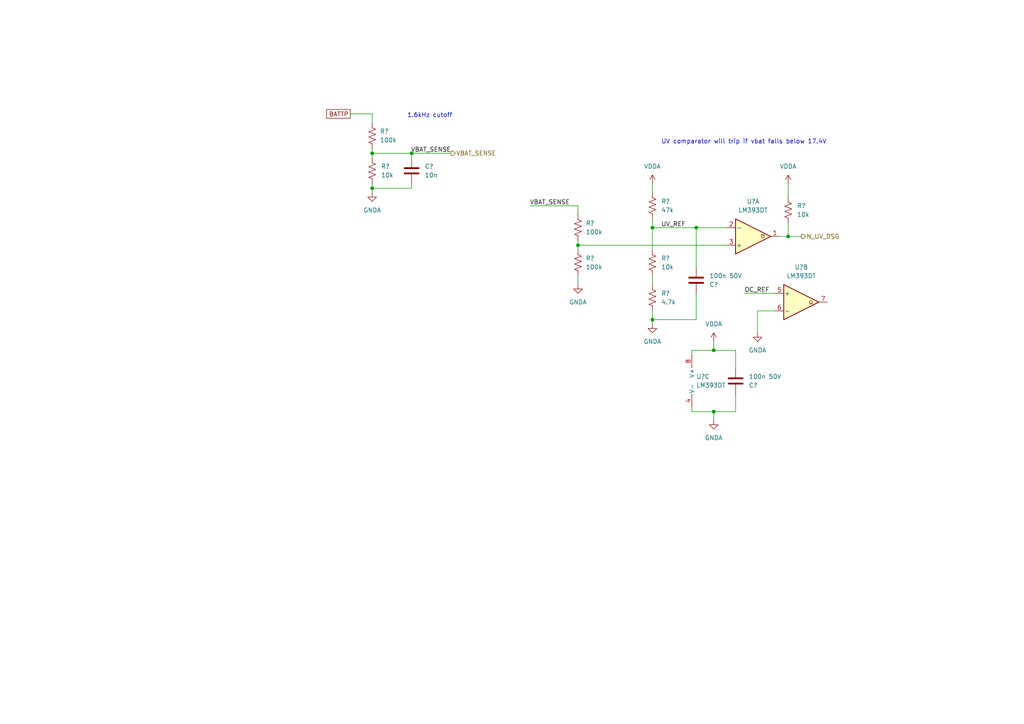
<source format=kicad_sch>
(kicad_sch (version 20211123) (generator eeschema)
  (paper "A4")
  (lib_symbols
    (symbol "Comparator:LM393" (pin_names (offset 0.127))
      (property "Reference" "U" (at 3.81 3.81 0))
      (property "Value" "LM393" (at 6.35 -3.81 0))
      (symbol "LM393_1_1"
        (polyline (pts (xy -5.08 5.08) (xy 5.08 0) (xy -5.08 -5.08) (xy -5.08 5.08)) (stroke (width 0.254)) (fill (type background)))
        (polyline (pts (xy 3.302 -0.508) (xy 2.794 -0.508) (xy 3.302 0) (xy 2.794 0.508) (xy 2.286 0) (xy 2.794 -0.508) (xy 2.286 -0.508)) (stroke (width 0.127)))
        (pin open_collector line (at 7.62 0 180) (length 2.54) (name "~") (number "1"))
        (pin input line (at -7.62 -2.54 0) (length 2.54) (name "-") (number "2"))
        (pin input line (at -7.62 2.54 0) (length 2.54) (name "+") (number "3"))
      )
      (symbol "LM393_2_1"
        (polyline (pts (xy -5.08 5.08) (xy 5.08 0) (xy -5.08 -5.08) (xy -5.08 5.08)) (stroke (width 0.254)) (fill (type background)))
        (polyline (pts (xy 3.302 -0.508) (xy 2.794 -0.508) (xy 3.302 0) (xy 2.794 0.508) (xy 2.286 0) (xy 2.794 -0.508) (xy 2.286 -0.508)) (stroke (width 0.127)))
        (pin input line (at -7.62 2.54 0) (length 2.54) (name "+") (number "5"))
        (pin input line (at -7.62 -2.54 0) (length 2.54) (name "-") (number "6"))
        (pin open_collector line (at 7.62 0 180) (length 2.54) (name "~") (number "7"))
      )
      (symbol "LM393_3_1"
        (pin power_in line (at -2.54 -7.62 90) (length 3.81) (name "V-") (number "4"))
        (pin power_in line (at -2.54 7.62 270) (length 3.81) (name "V+") (number "8"))
      )
    )
    (symbol "Device:C" (pin_numbers hide) (pin_names (offset 0.254))
      (property "Reference" "C" (at 0.635 2.54 0))
      (property "Value" "C" (at 0.635 -2.54 0))
      (symbol "C_0_1"
        (polyline (pts (xy -2.032 -0.762) (xy 2.032 -0.762)) (stroke (width 0.508)))
        (polyline (pts (xy -2.032 0.762) (xy 2.032 0.762)) (stroke (width 0.508)))
      )
      (symbol "C_1_1"
        (pin passive line (at 0 3.81 270) (length 2.794) (name "~") (number "1"))
        (pin passive line (at 0 -3.81 90) (length 2.794) (name "~") (number "2"))
      )
    )
    (symbol "Device:R_US" (pin_numbers hide) (pin_names (offset 0))
      (property "Reference" "R" (at 2.54 0 90))
      (property "Value" "R_US" (at -2.54 0 90))
      (symbol "R_US_0_1"
        (polyline (pts (xy 0 -2.286) (xy 0 -2.54)))
        (polyline (pts (xy 0 2.286) (xy 0 2.54)))
        (polyline (pts (xy 0 -0.762) (xy 1.016 -1.143) (xy 0 -1.524) (xy -1.016 -1.905) (xy 0 -2.286)))
        (polyline (pts (xy 0 0.762) (xy 1.016 0.381) (xy 0 0) (xy -1.016 -0.381) (xy 0 -0.762)))
        (polyline (pts (xy 0 2.286) (xy 1.016 1.905) (xy 0 1.524) (xy -1.016 1.143) (xy 0 0.762)))
      )
      (symbol "R_US_1_1"
        (pin passive line (at 0 3.81 270) (length 1.27) (name "~") (number "1"))
        (pin passive line (at 0 -3.81 90) (length 1.27) (name "~") (number "2"))
      )
    )
    (symbol "power:GNDA" (power) (pin_names (offset 0))
      (property "Value" "GNDA" (at 0 -3.81 0))
      (symbol "GNDA_0_1"
        (polyline (pts (xy 0 0) (xy 0 -1.27) (xy 1.27 -1.27) (xy 0 -2.54) (xy -1.27 -1.27) (xy 0 -1.27)))
      )
      (symbol "GNDA_1_1"
        (pin power_in line (at 0 0 270) (length 0) hide (name "GNDA") (number "1"))
      )
    )
    (symbol "power:VDDA" (power) (pin_names (offset 0))
      (property "Value" "VDDA" (at 0 3.81 0))
      (symbol "VDDA_0_1"
        (polyline (pts (xy -0.762 1.27) (xy 0 2.54)))
        (polyline (pts (xy 0 0) (xy 0 2.54)))
        (polyline (pts (xy 0 2.54) (xy 0.762 1.27)))
      )
      (symbol "VDDA_1_1"
        (pin power_in line (at 0 0 90) (length 0) hide (name "VDDA") (number "1"))
      )
    )
  )
  (junction (at 228.6 68.58))
  (junction (at 119.38 44.45))
  (junction (at 207.01 119.38))
  (junction (at 207.01 101.6))
  (junction (at 189.23 66.04))
  (junction (at 167.64 71.12))
  (junction (at 201.93 66.04))
  (junction (at 189.23 92.71))
  (junction (at 107.95 44.45))
  (junction (at 107.95 54.61))
  (wire (pts (xy 207.01 119.38) (xy 207.01 121.92)))
  (wire (pts (xy 167.64 71.12) (xy 210.82 71.12)))
  (wire (pts (xy 107.95 54.61) (xy 107.95 55.88)))
  (wire (pts (xy 189.23 90.17) (xy 189.23 92.71)))
  (wire (pts (xy 200.66 118.11) (xy 200.66 119.38)))
  (wire (pts (xy 201.93 66.04) (xy 189.23 66.04)))
  (wire (pts (xy 189.23 80.01) (xy 189.23 82.55)))
  (wire (pts (xy 189.23 63.5) (xy 189.23 66.04)))
  (wire (pts (xy 167.64 59.69) (xy 167.64 62.23)))
  (wire (pts (xy 189.23 53.34) (xy 189.23 55.88)))
  (wire (pts (xy 189.23 66.04) (xy 189.23 72.39)))
  (wire (pts (xy 167.64 69.85) (xy 167.64 71.12)))
  (wire (pts (xy 167.64 80.01) (xy 167.64 82.55)))
  (wire (pts (xy 219.71 90.17) (xy 224.79 90.17)))
  (wire (pts (xy 107.95 53.34) (xy 107.95 54.61)))
  (wire (pts (xy 101.6 33.02) (xy 107.95 33.02)))
  (wire (pts (xy 228.6 68.58) (xy 232.41 68.58)))
  (wire (pts (xy 228.6 53.34) (xy 228.6 57.15)))
  (wire (pts (xy 119.38 45.72) (xy 119.38 44.45)))
  (wire (pts (xy 213.36 106.68) (xy 213.36 101.6)))
  (wire (pts (xy 228.6 68.58) (xy 228.6 64.77)))
  (wire (pts (xy 119.38 44.45) (xy 130.81 44.45)))
  (wire (pts (xy 167.64 71.12) (xy 167.64 72.39)))
  (wire (pts (xy 213.36 101.6) (xy 207.01 101.6)))
  (wire (pts (xy 119.38 53.34) (xy 119.38 54.61)))
  (wire (pts (xy 119.38 54.61) (xy 107.95 54.61)))
  (wire (pts (xy 207.01 101.6) (xy 200.66 101.6)))
  (wire (pts (xy 207.01 99.06) (xy 207.01 101.6)))
  (wire (pts (xy 189.23 92.71) (xy 189.23 93.98)))
  (wire (pts (xy 107.95 44.45) (xy 107.95 45.72)))
  (wire (pts (xy 201.93 85.09) (xy 201.93 92.71)))
  (wire (pts (xy 219.71 96.52) (xy 219.71 90.17)))
  (wire (pts (xy 119.38 44.45) (xy 107.95 44.45)))
  (wire (pts (xy 107.95 33.02) (xy 107.95 35.56)))
  (wire (pts (xy 201.93 77.47) (xy 201.93 66.04)))
  (wire (pts (xy 200.66 119.38) (xy 207.01 119.38)))
  (wire (pts (xy 201.93 92.71) (xy 189.23 92.71)))
  (wire (pts (xy 215.9 85.09) (xy 224.79 85.09)))
  (wire (pts (xy 107.95 43.18) (xy 107.95 44.45)))
  (wire (pts (xy 226.06 68.58) (xy 228.6 68.58)))
  (wire (pts (xy 201.93 66.04) (xy 210.82 66.04)))
  (wire (pts (xy 153.67 59.69) (xy 167.64 59.69)))
  (wire (pts (xy 213.36 119.38) (xy 213.36 114.3)))
  (wire (pts (xy 200.66 101.6) (xy 200.66 102.87)))
  (wire (pts (xy 207.01 119.38) (xy 213.36 119.38)))
  (text "UV comparator will trip if vbat falls below 17.4V" (at 191.77 41.91 0) (effects (font (size 1.27 1.27)) (justify left bottom)))
  (text "1.6kHz cutoff" (at 118.11 34.29 0) (effects (font (size 1.27 1.27)) (justify left bottom)))
  (label "OC_REF" (at 215.9 85.09 0))
  (label "UV_REF" (at 191.77 66.04 0))
  (label "VBAT_SENSE" (at 130.81 44.45 180))
  (label "VBAT_SENSE" (at 153.67 59.69 0))
  (global_label "BATTP" (shape passive) (at 101.6 33.02 180) (property "Intersheet References" "${INTERSHEET_REFS}" (effects hide)))
  (hierarchical_label "VBAT_SENSE" (shape output) (at 130.81 44.45 0))
  (hierarchical_label "N_UV_DSG" (shape output) (at 232.41 68.58 0))
  (symbol (lib_id "Comparator:LM393") (at 218.44 68.58 0) (mirror x) (unit 1)
    (property "Reference" "U?" (at 218.44 58.42 0))
    (property "Value" "LM393DT" (at 218.44 60.96 0))
    (property "Footprint" "Package_SO:SOIC-8_3.9x4.9mm_P1.27mm" (effects hide))
    (property "Datasheet" "http://www.ti.com/lit/ds/symlink/lm393.pdf" (effects hide))
    (property "part_number" "LM393DT" (effects hide))
  )
  (symbol (lib_id "power:GNDA") (at 189.23 93.98 0) (unit 1)
    (property "Reference" "#PWR?" (effects hide))
    (property "Value" "GNDA" (at 189.23 99.06 0))
  )
  (symbol (lib_id "Device:R_US") (at 189.23 59.69 0) (unit 1)
    (property "Reference" "R?" (at 191.77 58.4199 0) (effects (justify left)))
    (property "Value" "47k" (at 191.77 60.9599 0) (effects (justify left)))
    (property "Footprint" "Resistor_SMD:R_0805_2012Metric_Pad1.20x1.40mm_HandSolder" (effects hide))
    (property "part_number" "RC0805FR-0747KL" (effects hide))
  )
  (symbol (lib_id "Device:C") (at 119.38 49.53 0) (unit 1)
    (property "Reference" "C?" (at 123.19 48.2599 0) (effects (justify left)))
    (property "Value" "10n" (at 123.19 50.8 0) (effects (justify left)))
    (property "Footprint" "Resistor_SMD:R_0805_2012Metric_Pad1.20x1.40mm_HandSolder" (effects hide))
    (property "part_number" "GCM219R71H103KA37D" (effects hide))
  )
  (symbol (lib_id "power:GNDA") (at 107.95 55.88 0) (unit 1)
    (property "Reference" "#PWR?" (effects hide))
    (property "Value" "GNDA" (at 107.95 60.96 0))
  )
  (symbol (lib_id "Device:C") (at 213.36 110.49 0) (mirror x) (unit 1)
    (property "Reference" "C?" (at 217.17 111.76 0) (effects (justify left)))
    (property "Value" "100n 50V" (at 217.17 109.22 0) (effects (justify left)))
    (property "Footprint" "Capacitor_SMD:C_0805_2012Metric" (effects hide))
    (property "part_number" "GCD21BR71H104KA01L" (effects hide))
  )
  (symbol (lib_id "Device:R_US") (at 167.64 66.04 0) (unit 1)
    (property "Reference" "R?" (at 169.8624 64.7699 0) (effects (justify left)))
    (property "Value" "100k" (at 169.8624 67.3099 0) (effects (justify left)))
    (property "Footprint" "Resistor_SMD:R_0805_2012Metric_Pad1.20x1.40mm_HandSolder" (effects hide))
  )
  (symbol (lib_id "Comparator:LM393") (at 203.2 110.49 0) (unit 3)
    (property "Reference" "U?" (at 201.93 109.2199 0) (effects (justify left)))
    (property "Value" "LM393DT" (at 201.93 111.7599 0) (effects (justify left)))
    (property "Datasheet" "http://www.ti.com/lit/ds/symlink/lm393.pdf" (effects hide))
  )
  (symbol (lib_id "power:GNDA") (at 219.71 96.52 0) (unit 1)
    (property "Reference" "#PWR?" (effects hide))
    (property "Value" "GNDA" (at 219.71 101.6 0))
  )
  (symbol (lib_id "power:VDDA") (at 228.6 53.34 0) (unit 1)
    (property "Reference" "#PWR?" (effects hide))
    (property "Value" "VDDA" (at 228.6 48.26 0))
  )
  (symbol (lib_id "Device:R_US") (at 107.95 49.53 0) (unit 1)
    (property "Reference" "R?" (at 110.49 48.2599 0) (effects (justify left)))
    (property "Value" "10k" (at 110.49 50.7999 0) (effects (justify left)))
    (property "Footprint" "Resistor_SMD:R_0805_2012Metric_Pad1.20x1.40mm_HandSolder" (effects hide))
    (property "part_number" "RC0805JR-1310KL" (effects hide))
  )
  (symbol (lib_id "power:GNDA") (at 167.64 82.55 0) (unit 1)
    (property "Reference" "#PWR?" (effects hide))
    (property "Value" "GNDA" (at 167.64 87.63 0))
  )
  (symbol (lib_id "power:VDDA") (at 207.01 99.06 0) (unit 1)
    (property "Reference" "#PWR?" (effects hide))
    (property "Value" "VDDA" (at 207.01 93.98 0))
  )
  (symbol (lib_id "power:GNDA") (at 207.01 121.92 0) (unit 1)
    (property "Reference" "#PWR?" (effects hide))
    (property "Value" "GNDA" (at 207.01 127 0))
  )
  (symbol (lib_id "Device:R_US") (at 228.6 60.96 0) (unit 1)
    (property "Reference" "R?" (at 231.14 59.6899 0) (effects (justify left)))
    (property "Value" "10k" (at 231.14 62.2299 0) (effects (justify left)))
    (property "Footprint" "Resistor_SMD:R_0805_2012Metric_Pad1.20x1.40mm_HandSolder" (effects hide))
    (property "part_number" "RC0805JR-1310KL" (effects hide))
  )
  (symbol (lib_id "power:VDDA") (at 189.23 53.34 0) (unit 1)
    (property "Reference" "#PWR?" (effects hide))
    (property "Value" "VDDA" (at 189.23 48.26 0))
  )
  (symbol (lib_id "Device:R_US") (at 189.23 86.36 0) (unit 1)
    (property "Reference" "R?" (at 191.77 85.0899 0) (effects (justify left)))
    (property "Value" "4.7k" (at 191.77 87.6299 0) (effects (justify left)))
    (property "Footprint" "Resistor_SMD:R_0805_2012Metric_Pad1.20x1.40mm_HandSolder" (effects hide))
    (property "part_number" "RC0805JR-074K7L" (effects hide))
  )
  (symbol (lib_id "Device:R_US") (at 107.95 39.37 0) (unit 1)
    (property "Reference" "R?" (at 110.1724 38.0999 0) (effects (justify left)))
    (property "Value" "100k" (at 110.1724 40.6399 0) (effects (justify left)))
    (property "Footprint" "Resistor_SMD:R_0805_2012Metric_Pad1.20x1.40mm_HandSolder" (effects hide))
  )
  (symbol (lib_id "Device:R_US") (at 167.64 76.2 0) (unit 1)
    (property "Reference" "R?" (at 169.8624 74.9299 0) (effects (justify left)))
    (property "Value" "100k" (at 169.8624 77.4699 0) (effects (justify left)))
    (property "Footprint" "Resistor_SMD:R_0805_2012Metric_Pad1.20x1.40mm_HandSolder" (effects hide))
  )
  (symbol (lib_id "Comparator:LM393") (at 232.41 87.63 0) (unit 2)
    (property "Reference" "U?" (at 232.41 77.47 0))
    (property "Value" "LM393DT" (at 232.41 80.01 0))
    (property "Datasheet" "http://www.ti.com/lit/ds/symlink/lm393.pdf" (effects hide))
  )
  (symbol (lib_id "Device:C") (at 201.93 81.28 0) (mirror x) (unit 1)
    (property "Reference" "C?" (at 205.74 82.55 0) (effects (justify left)))
    (property "Value" "100n 50V" (at 205.74 80.01 0) (effects (justify left)))
    (property "Footprint" "Capacitor_SMD:C_0805_2012Metric" (effects hide))
    (property "part_number" "GCD21BR71H104KA01L" (effects hide))
  )
  (symbol (lib_id "Device:R_US") (at 189.23 76.2 0) (unit 1)
    (property "Reference" "R?" (at 191.77 74.9299 0) (effects (justify left)))
    (property "Value" "10k" (at 191.77 77.4699 0) (effects (justify left)))
    (property "Footprint" "Resistor_SMD:R_0805_2012Metric_Pad1.20x1.40mm_HandSolder" (effects hide))
    (property "part_number" "RC0805JR-1310KL" (effects hide))
  )
)
</source>
